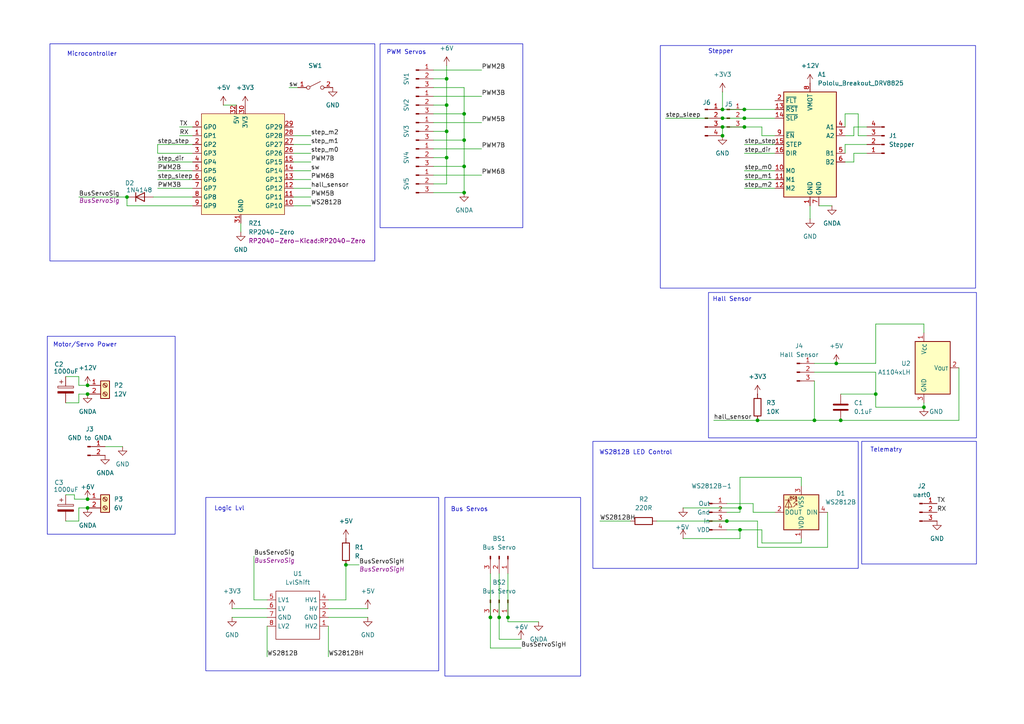
<source format=kicad_sch>
(kicad_sch (version 20250114) (generator "eeschema") (generator_version "9.0")
  (paper "A4")
  (lib_symbols
    (symbol "Conn_01x04_Pin_1" (pin_names (offset 1.016))
      (property "Reference" "WS2812B-1" (at 0.635 7.62 0))
      (symbol "Conn_01x04_Pin_1_1_1"
        (rectangle (start 0.8636 2.667) (end 0 2.413) (stroke (width 0.1524)) (fill (type outline)))
        (rectangle (start 0.8636 0.127) (end 0 -0.127) (stroke (width 0.1524)) (fill (type outline)))
        (rectangle (start 0.8636 -2.413) (end 0 -2.667) (stroke (width 0.1524)) (fill (type outline)))
        (rectangle (start 0.8636 -4.953) (end 0 -5.207) (stroke (width 0.1524)) (fill (type outline)))
        (polyline (pts (xy 1.27 2.54) (xy 0.8636 2.54)) (stroke (width 0.1524)))
        (polyline (pts (xy 1.27 0) (xy 0.8636 0)) (stroke (width 0.1524)))
        (polyline (pts (xy 1.27 -2.54) (xy 0.8636 -2.54)) (stroke (width 0.1524)))
        (polyline (pts (xy 1.27 -5.08) (xy 0.8636 -5.08)) (stroke (width 0.1524)))
        (pin passive line (at 5.08 2.54 180) (length 3.81) (name "Out") (number "1"))
        (pin passive line (at 5.08 0 180) (length 3.81) (name "Gnd") (number "2"))
        (pin passive line (at 5.08 -2.54 180) (length 3.81) (name "In") (number "3"))
        (pin passive line (at 5.08 -5.08 180) (length 3.81) (name "VDD") (number "4"))
      )
    )
    (symbol "Connector:Conn_01x02_Pin" (pin_names (offset 1.016) (hide yes))
      (property "Reference" "J" (at 0 2.54 0))
      (property "Value" "Conn_01x02_Pin" (at 0 -5.08 0))
      (symbol "Conn_01x02_Pin_1_1"
        (rectangle (start 0.8636 0.127) (end 0 -0.127) (stroke (width 0.1524)) (fill (type outline)))
        (rectangle (start 0.8636 -2.413) (end 0 -2.667) (stroke (width 0.1524)) (fill (type outline)))
        (polyline (pts (xy 1.27 0) (xy 0.8636 0)) (stroke (width 0.1524)))
        (polyline (pts (xy 1.27 -2.54) (xy 0.8636 -2.54)) (stroke (width 0.1524)))
        (pin passive line (at 5.08 0 180) (length 3.81) (name "Pin_1") (number "1"))
        (pin passive line (at 5.08 -2.54 180) (length 3.81) (name "Pin_2") (number "2"))
      )
    )
    (symbol "Connector:Conn_01x03_Pin" (pin_names (offset 1.016) (hide yes))
      (property "Reference" "J" (at 0 5.08 0))
      (property "Value" "Conn_01x03_Pin" (at 0 -5.08 0))
      (symbol "Conn_01x03_Pin_1_1"
        (rectangle (start 0.8636 2.667) (end 0 2.413) (stroke (width 0.1524)) (fill (type outline)))
        (rectangle (start 0.8636 0.127) (end 0 -0.127) (stroke (width 0.1524)) (fill (type outline)))
        (rectangle (start 0.8636 -2.413) (end 0 -2.667) (stroke (width 0.1524)) (fill (type outline)))
        (polyline (pts (xy 1.27 2.54) (xy 0.8636 2.54)) (stroke (width 0.1524)))
        (polyline (pts (xy 1.27 0) (xy 0.8636 0)) (stroke (width 0.1524)))
        (polyline (pts (xy 1.27 -2.54) (xy 0.8636 -2.54)) (stroke (width 0.1524)))
        (pin passive line (at 5.08 2.54 180) (length 3.81) (name "Pin_1") (number "1"))
        (pin passive line (at 5.08 0 180) (length 3.81) (name "Pin_2") (number "2"))
        (pin passive line (at 5.08 -2.54 180) (length 3.81) (name "Pin_3") (number "3"))
      )
    )
    (symbol "Connector:Conn_01x04_Pin" (pin_names (offset 1.016) (hide yes))
      (property "Reference" "J" (at 0 5.08 0))
      (property "Value" "Conn_01x04_Pin" (at 0 -7.62 0))
      (symbol "Conn_01x04_Pin_1_1"
        (rectangle (start 0.8636 2.667) (end 0 2.413) (stroke (width 0.1524)) (fill (type outline)))
        (rectangle (start 0.8636 0.127) (end 0 -0.127) (stroke (width 0.1524)) (fill (type outline)))
        (rectangle (start 0.8636 -2.413) (end 0 -2.667) (stroke (width 0.1524)) (fill (type outline)))
        (rectangle (start 0.8636 -4.953) (end 0 -5.207) (stroke (width 0.1524)) (fill (type outline)))
        (polyline (pts (xy 1.27 2.54) (xy 0.8636 2.54)) (stroke (width 0.1524)))
        (polyline (pts (xy 1.27 0) (xy 0.8636 0)) (stroke (width 0.1524)))
        (polyline (pts (xy 1.27 -2.54) (xy 0.8636 -2.54)) (stroke (width 0.1524)))
        (polyline (pts (xy 1.27 -5.08) (xy 0.8636 -5.08)) (stroke (width 0.1524)))
        (pin passive line (at 5.08 2.54 180) (length 3.81) (name "Pin_1") (number "1"))
        (pin passive line (at 5.08 0 180) (length 3.81) (name "Pin_2") (number "2"))
        (pin passive line (at 5.08 -2.54 180) (length 3.81) (name "Pin_3") (number "3"))
        (pin passive line (at 5.08 -5.08 180) (length 3.81) (name "Pin_4") (number "4"))
      )
    )
    (symbol "Connector:Screw_Terminal_01x02" (pin_names (offset 1.016) (hide yes))
      (property "Reference" "J" (at 0 2.54 0))
      (property "Value" "Screw_Terminal_01x02" (at 0 -5.08 0))
      (symbol "Screw_Terminal_01x02_1_1"
        (rectangle (start -1.27 1.27) (end 1.27 -3.81) (stroke (width 0.254)) (fill (type background)))
        (polyline (pts (xy -0.5334 0.3302) (xy 0.3302 -0.508)) (stroke (width 0.1524)))
        (polyline (pts (xy -0.5334 -2.2098) (xy 0.3302 -3.048)) (stroke (width 0.1524)))
        (polyline (pts (xy -0.3556 0.508) (xy 0.508 -0.3302)) (stroke (width 0.1524)))
        (polyline (pts (xy -0.3556 -2.032) (xy 0.508 -2.8702)) (stroke (width 0.1524)))
        (circle (center 0 0) (radius 0.635) (stroke (width 0.1524)))
        (circle (center 0 -2.54) (radius 0.635) (stroke (width 0.1524)))
        (pin passive line (at -5.08 0 0) (length 3.81) (name "Pin_1") (number "1"))
        (pin passive line (at -5.08 -2.54 0) (length 3.81) (name "Pin_2") (number "2"))
      )
    )
    (symbol "Device:C" (pin_numbers (hide yes)) (pin_names (offset 0.254))
      (property "Reference" "C" (at 0.635 2.54 0))
      (property "Value" "C" (at 0.635 -2.54 0))
      (symbol "C_0_1"
        (polyline (pts (xy -2.032 0.762) (xy 2.032 0.762)) (stroke (width 0.508)))
        (polyline (pts (xy -2.032 -0.762) (xy 2.032 -0.762)) (stroke (width 0.508)))
      )
      (symbol "C_1_1"
        (pin passive line (at 0 3.81 270) (length 2.794) (name "~") (number "1"))
        (pin passive line (at 0 -3.81 90) (length 2.794) (name "~") (number "2"))
      )
    )
    (symbol "Device:C_Polarized" (pin_numbers (hide yes)) (pin_names (offset 0.254))
      (property "Reference" "C" (at 0.635 2.54 0))
      (property "Value" "C_Polarized" (at 0.635 -2.54 0))
      (symbol "C_Polarized_0_1"
        (rectangle (start -2.286 0.508) (end 2.286 1.016))
        (polyline (pts (xy -1.778 2.286) (xy -0.762 2.286)))
        (polyline (pts (xy -1.27 2.794) (xy -1.27 1.778)))
        (rectangle (start 2.286 -0.508) (end -2.286 -1.016) (fill (type outline)))
      )
      (symbol "C_Polarized_1_1"
        (pin passive line (at 0 3.81 270) (length 2.794) (name "~") (number "1"))
        (pin passive line (at 0 -3.81 90) (length 2.794) (name "~") (number "2"))
      )
    )
    (symbol "Device:R" (pin_numbers (hide yes)) (pin_names (offset 0))
      (property "Reference" "R" (at 2.032 0 90))
      (property "Value" "R" (at 0 0 90))
      (symbol "R_0_1"
        (rectangle (start -1.016 -2.54) (end 1.016 2.54) (stroke (width 0.254)))
      )
      (symbol "R_1_1"
        (pin passive line (at 0 3.81 270) (length 1.27) (name "~") (number "1"))
        (pin passive line (at 0 -3.81 90) (length 1.27) (name "~") (number "2"))
      )
    )
    (symbol "Diode:1N4148" (pin_numbers (hide yes)) (pin_names (hide yes))
      (property "Reference" "D" (at 0 2.54 0))
      (property "Value" "1N4148" (at 0 -2.54 0))
      (symbol "1N4148_0_1"
        (polyline (pts (xy -1.27 1.27) (xy -1.27 -1.27)) (stroke (width 0.254)))
        (polyline (pts (xy 1.27 1.27) (xy 1.27 -1.27) (xy -1.27 0) (xy 1.27 1.27)) (stroke (width 0.254)))
        (polyline (pts (xy 1.27 0) (xy -1.27 0)))
      )
      (symbol "1N4148_1_1"
        (pin passive line (at -3.81 0 0) (length 2.54) (name "K") (number "1"))
        (pin passive line (at 3.81 0 180) (length 2.54) (name "A") (number "2"))
      )
    )
    (symbol "DrJonEA:LvlShift2Bi"
      (property "Reference" "U" (at 0 0 0))
      (property "Value" "LvlShift" (at 0 5.08 0))
      (symbol "LvlShift2Bi_0_1"
        (rectangle (start 6.35 -7.62) (end -6.35 6.35))
      )
      (symbol "LvlShift2Bi_1_1"
        (pin bidirectional line (at -8.89 2.54 0) (length 2.54) (name "HV2") (number "1"))
        (pin power_in line (at -8.89 0 0) (length 2.54) (name "GND") (number "2"))
        (pin power_in line (at -8.89 -2.54 0) (length 2.54) (name "HV") (number "3"))
        (pin input line (at -8.89 -5.08 0) (length 2.54) (name "HV1") (number "4"))
        (pin bidirectional line (at 8.89 2.54 180) (length 2.54) (name "LV2") (number "8"))
        (pin power_out line (at 8.89 0 180) (length 2.54) (name "GND") (number "7"))
        (pin power_in line (at 8.89 -2.54 180) (length 2.54) (name "LV") (number "6"))
        (pin bidirectional line (at 8.89 -5.08 180) (length 2.54) (name "LV1") (number "5"))
      )
    )
    (symbol "Driver_Motor:Pololu_Breakout_DRV8825"
      (property "Reference" "A" (at -2.54 16.51 0))
      (property "Value" "Pololu_Breakout_DRV8825" (at -2.54 13.97 0))
      (symbol "Pololu_Breakout_DRV8825_0_1"
        (rectangle (start 7.62 -17.78) (end -7.62 12.7) (stroke (width 0.254)) (fill (type background)))
      )
      (symbol "Pololu_Breakout_DRV8825_1_1"
        (pin output line (at -10.16 10.16 0) (length 2.54) (name "~{FLT}") (number "2"))
        (pin input line (at -10.16 7.62 0) (length 2.54) (name "~{RST}") (number "13"))
        (pin input line (at -10.16 5.08 0) (length 2.54) (name "~{SLP}") (number "14"))
        (pin input line (at -10.16 0 0) (length 2.54) (name "~{EN}") (number "9"))
        (pin input line (at -10.16 -2.54 0) (length 2.54) (name "STEP") (number "15"))
        (pin input line (at -10.16 -5.08 0) (length 2.54) (name "DIR") (number "16"))
        (pin input line (at -10.16 -10.16 0) (length 2.54) (name "M0") (number "10"))
        (pin input line (at -10.16 -12.7 0) (length 2.54) (name "M1") (number "11"))
        (pin input line (at -10.16 -15.24 0) (length 2.54) (name "M2") (number "12"))
        (pin power_in line (at 0 15.24 270) (length 2.54) (name "VMOT") (number "8"))
        (pin power_in line (at 0 -20.32 90) (length 2.54) (name "GND") (number "1"))
        (pin power_in line (at 2.54 -20.32 90) (length 2.54) (name "GND") (number "7"))
        (pin output line (at 10.16 2.54 180) (length 2.54) (name "A1") (number "4"))
        (pin output line (at 10.16 0 180) (length 2.54) (name "A2") (number "3"))
        (pin output line (at 10.16 -5.08 180) (length 2.54) (name "B1") (number "5"))
        (pin output line (at 10.16 -7.62 180) (length 2.54) (name "B2") (number "6"))
      )
    )
    (symbol "LED:WS2812B" (pin_names (offset 0.254))
      (property "Reference" "D" (at 5.08 5.715 0))
      (property "Value" "WS2812B" (at 1.27 -5.715 0))
      (symbol "WS2812B_0_0"
        (text "RGB" (at 2.286 -4.191 0) (effects (font (size 0.762 0.762))))
      )
      (symbol "WS2812B_0_1"
        (polyline (pts (xy 1.27 -2.54) (xy 1.778 -2.54)))
        (polyline (pts (xy 1.27 -3.556) (xy 1.778 -3.556)))
        (polyline (pts (xy 2.286 -1.524) (xy 1.27 -2.54) (xy 1.27 -2.032)))
        (polyline (pts (xy 2.286 -2.54) (xy 1.27 -3.556) (xy 1.27 -3.048)))
        (polyline (pts (xy 3.683 -1.016) (xy 3.683 -3.556) (xy 3.683 -4.064)))
        (polyline (pts (xy 4.699 -1.524) (xy 2.667 -1.524) (xy 3.683 -3.556) (xy 4.699 -1.524)))
        (polyline (pts (xy 4.699 -3.556) (xy 2.667 -3.556)))
        (rectangle (start 5.08 5.08) (end -5.08 -5.08) (stroke (width 0.254)) (fill (type background)))
      )
      (symbol "WS2812B_1_1"
        (pin input line (at -7.62 0 0) (length 2.54) (name "DIN") (number "4"))
        (pin power_in line (at 0 7.62 270) (length 2.54) (name "VDD") (number "1"))
        (pin power_in line (at 0 -7.62 90) (length 2.54) (name "VSS") (number "3"))
        (pin output line (at 7.62 0 180) (length 2.54) (name "DOUT") (number "2"))
      )
    )
    (symbol "Sensor_Magnetic:A1104xLH"
      (property "Reference" "U" (at 0 11.43 0))
      (property "Value" "A1104xLH" (at 0 8.89 0))
      (symbol "A1104xLH_0_1"
        (rectangle (start -5.08 7.62) (end 5.08 -7.62) (stroke (width 0.254)) (fill (type background)))
      )
      (symbol "A1104xLH_1_1"
        (pin power_in line (at -2.54 10.16 270) (length 2.54) (name "V_{CC}") (number "1"))
        (pin power_in line (at -2.54 -10.16 90) (length 2.54) (name "GND") (number "3"))
        (pin open_collector line (at 7.62 0 180) (length 2.54) (name "V_{OUT}") (number "2"))
      )
    )
    (symbol "Switch:SW_SPST" (pin_names (offset 0) (hide yes))
      (property "Reference" "SW" (at 0 3.175 0))
      (property "Value" "SW_SPST" (at 0 -2.54 0))
      (symbol "SW_SPST_0_0"
        (circle (center -2.032 0) (radius 0.508))
        (polyline (pts (xy -1.524 0.254) (xy 1.524 1.778)))
        (circle (center 2.032 0) (radius 0.508))
      )
      (symbol "SW_SPST_1_1"
        (pin passive line (at -5.08 0 0) (length 2.54) (name "A") (number "1"))
        (pin passive line (at 5.08 0 180) (length 2.54) (name "B") (number "2"))
      )
    )
    (symbol "power:+12V" (power) (pin_numbers (hide yes)) (pin_names (offset 0) (hide yes))
      (property "Value" "+12V" (at 0 3.556 0))
      (symbol "+12V_0_1"
        (polyline (pts (xy -0.762 1.27) (xy 0 2.54)))
        (polyline (pts (xy 0 2.54) (xy 0.762 1.27)))
        (polyline (pts (xy 0 0) (xy 0 2.54)))
      )
      (symbol "+12V_1_1"
        (pin power_in line (at 0 0 90) (length 0) (name "~") (number "1"))
      )
    )
    (symbol "power:+3V3" (power) (pin_numbers (hide yes)) (pin_names (offset 0) (hide yes))
      (property "Value" "+3V3" (at 0 3.556 0))
      (symbol "+3V3_0_1"
        (polyline (pts (xy -0.762 1.27) (xy 0 2.54)))
        (polyline (pts (xy 0 2.54) (xy 0.762 1.27)))
        (polyline (pts (xy 0 0) (xy 0 2.54)))
      )
      (symbol "+3V3_1_1"
        (pin power_in line (at 0 0 90) (length 0) (name "~") (number "1"))
      )
    )
    (symbol "power:+5V" (power) (pin_numbers (hide yes)) (pin_names (offset 0) (hide yes))
      (property "Value" "+5V" (at 0 3.556 0))
      (symbol "+5V_0_1"
        (polyline (pts (xy -0.762 1.27) (xy 0 2.54)))
        (polyline (pts (xy 0 2.54) (xy 0.762 1.27)))
        (polyline (pts (xy 0 0) (xy 0 2.54)))
      )
      (symbol "+5V_1_1"
        (pin power_in line (at 0 0 90) (length 0) (name "~") (number "1"))
      )
    )
    (symbol "power:+6V" (power) (pin_numbers (hide yes)) (pin_names (offset 0) (hide yes))
      (property "Value" "+6V" (at 0 3.556 0))
      (symbol "+6V_0_1"
        (polyline (pts (xy -0.762 1.27) (xy 0 2.54)))
        (polyline (pts (xy 0 2.54) (xy 0.762 1.27)))
        (polyline (pts (xy 0 0) (xy 0 2.54)))
      )
      (symbol "+6V_1_1"
        (pin power_in line (at 0 0 90) (length 0) (name "~") (number "1"))
      )
    )
    (symbol "power:GND" (power) (pin_numbers (hide yes)) (pin_names (offset 0) (hide yes))
      (property "Value" "GND" (at 0 -3.81 0))
      (symbol "GND_0_1"
        (polyline (pts (xy 0 0) (xy 0 -1.27) (xy 1.27 -1.27) (xy 0 -2.54) (xy -1.27 -1.27) (xy 0 -1.27)))
      )
      (symbol "GND_1_1"
        (pin power_in line (at 0 0 270) (length 0) (name "~") (number "1"))
      )
    )
    (symbol "power:GNDA" (power) (pin_numbers (hide yes)) (pin_names (offset 0) (hide yes))
      (property "Value" "GNDA" (at 0 -3.81 0))
      (symbol "GNDA_0_1"
        (polyline (pts (xy 0 0) (xy 0 -1.27) (xy 1.27 -1.27) (xy 0 -2.54) (xy -1.27 -1.27) (xy 0 -1.27)))
      )
      (symbol "GNDA_1_1"
        (pin power_in line (at 0 0 270) (length 0) (name "~") (number "1"))
      )
    )
    (symbol "rp2040-zero:RP2040-Zero"
      (property "Reference" "RZ" (at 0 0 0))
      (property "Value" "RP2040-Zero" (at 0 -2.54 0))
      (property "Footprint" "RP2040-Zero:RP2040-Zero" (at 0 2.54 0))
      (symbol "RP2040-Zero_0_1"
        (rectangle (start -11.43 -15.24) (end 12.7 13.97) (fill (type background)))
      )
      (symbol "RP2040-Zero_1_1"
        (pin bidirectional line (at -13.97 10.16 0) (length 2.54) (name "GP0") (number "0"))
        (pin bidirectional line (at -13.97 7.62 0) (length 2.54) (name "GP1") (number "1"))
        (pin bidirectional line (at -13.97 5.08 0) (length 2.54) (name "GP2") (number "2"))
        (pin bidirectional line (at -13.97 2.54 0) (length 2.54) (name "GP3") (number "3"))
        (pin bidirectional line (at -13.97 0 0) (length 2.54) (name "GP4") (number "4"))
        (pin bidirectional line (at -13.97 -2.54 0) (length 2.54) (name "GP5") (number "5"))
        (pin bidirectional line (at -13.97 -5.08 0) (length 2.54) (name "GP6") (number "6"))
        (pin bidirectional line (at -13.97 -7.62 0) (length 2.54) (name "GP7") (number "7"))
        (pin bidirectional line (at -13.97 -10.16 0) (length 2.54) (name "GP8") (number "8"))
        (pin bidirectional line (at -13.97 -12.7 0) (length 2.54) (name "GP9") (number "9"))
        (pin power_in line (at -1.27 16.51 270) (length 2.54) (name "5V") (number "32"))
        (pin passive line (at 0 -17.78 90) (length 2.54) (name "GND") (number "31"))
        (pin power_in line (at 1.27 16.51 270) (length 2.54) (name "3V3") (number "30"))
        (pin bidirectional line (at 15.24 10.16 180) (length 2.54) (name "GP29") (number "29"))
        (pin bidirectional line (at 15.24 7.62 180) (length 2.54) (name "GP28") (number "28"))
        (pin bidirectional line (at 15.24 5.08 180) (length 2.54) (name "GP27") (number "27"))
        (pin bidirectional line (at 15.24 2.54 180) (length 2.54) (name "GP26") (number "26"))
        (pin bidirectional line (at 15.24 0 180) (length 2.54) (name "GP15") (number "15"))
        (pin bidirectional line (at 15.24 -2.54 180) (length 2.54) (name "GP14") (number "14"))
        (pin bidirectional line (at 15.24 -5.08 180) (length 2.54) (name "GP13") (number "13"))
        (pin bidirectional line (at 15.24 -7.62 180) (length 2.54) (name "GP12") (number "12"))
        (pin bidirectional line (at 15.24 -10.16 180) (length 2.54) (name "GP11") (number "11"))
        (pin bidirectional line (at 15.24 -12.7 180) (length 2.54) (name "GP10") (number "10"))
      )
    )
  )
  (rectangle (start 205.486 84.836) (end 283.21 127))
  (rectangle (start 59.69 144.272) (end 127.254 194.564))
  (rectangle (start 191.516 13.208) (end 282.956 83.566))
  (rectangle (start 129.032 144.272) (end 168.402 196.088))
  (rectangle (start 249.936 128.016) (end 283.21 163.576))
  (rectangle (start 13.716 97.536) (end 50.8 154.94))
  (rectangle (start 110.236 12.7) (end 151.638 66.04))
  (rectangle (start 171.958 128.016) (end 248.92 164.846))
  (rectangle (start 14.478 12.7) (end 108.712 75.692))
  (text "Telematry" (at 257.048 130.556 0) (effects (font (size 1.27 1.27))))
  (text "PWM Servos" (at 117.856 15.24 0) (effects (font (size 1.27 1.27))))
  (text "Bus Servos" (at 136.144 147.828 0) (effects (font (size 1.27 1.27))))
  (text "Logic Lvl\n" (at 66.548 147.574 0) (effects (font (size 1.27 1.27))))
  (text "Hall Sensor" (at 212.344 86.868 0) (effects (font (size 1.27 1.27))))
  (text "WS2812B LED Control" (at 184.404 131.318 0) (effects (font (size 1.27 1.27))))
  (text "Stepper" (at 209.042 14.986 0) (effects (font (size 1.27 1.27))))
  (text "Microcontroller" (at 26.67 15.748 0) (effects (font (size 1.27 1.27))))
  (text "Motor/Servo Power" (at 24.638 100.076 0) (effects (font (size 1.27 1.27))))
  (junction (at 25.4 144.78))
  (junction (at 100.33 163.83))
  (junction (at 129.54 30.48))
  (junction (at 214.63 153.67))
  (junction (at 134.62 48.26))
  (junction (at 254 114.3))
  (junction (at 236.22 121.92))
  (junction (at 209.55 39.37))
  (junction (at 242.57 105.41))
  (junction (at 210.82 151.13))
  (junction (at 147.32 179.07))
  (junction (at 215.9 36.83))
  (junction (at 25.4 114.3))
  (junction (at 209.55 34.29))
  (junction (at 36.83 57.15))
  (junction (at 267.97 118.11))
  (junction (at 129.54 45.72))
  (junction (at 134.62 40.64))
  (junction (at 243.84 121.92))
  (junction (at 144.78 179.07))
  (junction (at 209.55 31.75))
  (junction (at 129.54 22.86))
  (junction (at 209.55 36.83))
  (junction (at 25.4 147.32))
  (junction (at 219.71 121.92))
  (junction (at 215.9 34.29))
  (junction (at 214.63 147.32))
  (junction (at 129.54 38.1))
  (junction (at 215.9 31.75))
  (junction (at 142.24 179.07))
  (junction (at 134.62 33.02))
  (junction (at 25.4 111.76))
  (junction (at 134.62 55.88))
  (wire (pts (xy 219.71 121.92) (xy 236.22 121.92)))
  (wire (pts (xy 254 114.3) (xy 254 118.11)))
  (wire (pts (xy 125.73 38.1) (xy 129.54 38.1)))
  (wire (pts (xy 220.98 153.67) (xy 220.98 157.48)))
  (wire (pts (xy 21.59 144.78) (xy 25.4 144.78)))
  (wire (pts (xy 129.54 22.86) (xy 125.73 22.86)))
  (wire (pts (xy 247.65 44.45) (xy 251.46 44.45)))
  (wire (pts (xy 95.25 176.53) (xy 106.68 176.53)))
  (wire (pts (xy 220.98 39.37) (xy 220.98 36.83)))
  (wire (pts (xy 95.25 181.61) (xy 95.25 190.5)))
  (wire (pts (xy 220.98 157.48) (xy 232.41 157.48)))
  (wire (pts (xy 125.73 50.8) (xy 139.7 50.8)))
  (wire (pts (xy 85.09 44.45) (xy 90.17 44.45)))
  (wire (pts (xy 125.73 33.02) (xy 134.62 33.02)))
  (wire (pts (xy 215.9 31.75) (xy 224.79 31.75)))
  (wire (pts (xy 85.09 46.99) (xy 90.17 46.99)))
  (wire (pts (xy 254 107.95) (xy 254 114.3)))
  (wire (pts (xy 254 118.11) (xy 267.97 118.11)))
  (wire (pts (xy 198.12 156.21) (xy 214.63 156.21)))
  (wire (pts (xy 142.24 187.96) (xy 151.13 187.96)))
  (wire (pts (xy 22.86 114.3) (xy 25.4 114.3)))
  (wire (pts (xy 209.55 36.83) (xy 209.55 39.37)))
  (wire (pts (xy 45.72 44.45) (xy 45.72 41.91)))
  (wire (pts (xy 232.41 157.48) (xy 232.41 156.21)))
  (wire (pts (xy 21.59 143.51) (xy 21.59 144.78)))
  (wire (pts (xy 240.03 148.59) (xy 240.03 158.75)))
  (wire (pts (xy 209.55 31.75) (xy 215.9 31.75)))
  (wire (pts (xy 248.92 39.37) (xy 251.46 39.37)))
  (wire (pts (xy 129.54 45.72) (xy 129.54 53.34)))
  (wire (pts (xy 267.97 93.98) (xy 254 93.98)))
  (wire (pts (xy 245.11 46.99) (xy 247.65 46.99)))
  (wire (pts (xy 209.55 26.67) (xy 209.55 31.75)))
  (wire (pts (xy 22.86 116.84) (xy 22.86 114.3)))
  (wire (pts (xy 45.72 41.91) (xy 55.88 41.91)))
  (wire (pts (xy 45.72 54.61) (xy 55.88 54.61)))
  (wire (pts (xy 210.82 146.05) (xy 218.44 146.05)))
  (wire (pts (xy 215.9 52.07) (xy 224.79 52.07)))
  (wire (pts (xy 134.62 33.02) (xy 134.62 40.64)))
  (wire (pts (xy 22.86 147.32) (xy 25.4 147.32)))
  (wire (pts (xy 95.25 179.07) (xy 106.68 179.07)))
  (wire (pts (xy 234.95 59.69) (xy 234.95 63.5)))
  (wire (pts (xy 129.54 30.48) (xy 129.54 22.86)))
  (wire (pts (xy 215.9 54.61) (xy 224.79 54.61)))
  (wire (pts (xy 125.73 35.56) (xy 139.7 35.56)))
  (wire (pts (xy 173.99 151.13) (xy 182.88 151.13)))
  (wire (pts (xy 19.05 109.22) (xy 22.86 109.22)))
  (wire (pts (xy 125.73 25.4) (xy 134.62 25.4)))
  (wire (pts (xy 55.88 44.45) (xy 45.72 44.45)))
  (wire (pts (xy 218.44 148.59) (xy 224.79 148.59)))
  (wire (pts (xy 85.09 49.53) (xy 90.17 49.53)))
  (wire (pts (xy 144.78 185.42) (xy 144.78 179.07)))
  (wire (pts (xy 245.11 36.83) (xy 245.11 33.02)))
  (wire (pts (xy 22.86 151.13) (xy 22.86 147.32)))
  (wire (pts (xy 22.86 57.15) (xy 36.83 57.15)))
  (wire (pts (xy 125.73 40.64) (xy 134.62 40.64)))
  (wire (pts (xy 210.82 148.59) (xy 214.63 148.59)))
  (wire (pts (xy 232.41 138.43) (xy 232.41 140.97)))
  (wire (pts (xy 147.32 180.34) (xy 156.21 180.34)))
  (wire (pts (xy 73.66 161.29) (xy 73.66 173.99)))
  (wire (pts (xy 44.45 57.15) (xy 55.88 57.15)))
  (wire (pts (xy 52.07 36.83) (xy 55.88 36.83)))
  (wire (pts (xy 95.25 173.99) (xy 100.33 173.99)))
  (wire (pts (xy 219.71 158.75) (xy 219.71 151.13)))
  (wire (pts (xy 242.57 105.41) (xy 254 105.41)))
  (wire (pts (xy 214.63 156.21) (xy 214.63 153.67)))
  (wire (pts (xy 19.05 151.13) (xy 22.86 151.13)))
  (wire (pts (xy 247.65 36.83) (xy 251.46 36.83)))
  (wire (pts (xy 30.48 129.54) (xy 35.56 129.54)))
  (wire (pts (xy 210.82 151.13) (xy 219.71 151.13)))
  (wire (pts (xy 125.73 45.72) (xy 129.54 45.72)))
  (wire (pts (xy 224.79 39.37) (xy 220.98 39.37)))
  (wire (pts (xy 100.33 163.83) (xy 100.33 173.99)))
  (wire (pts (xy 22.86 111.76) (xy 25.4 111.76)))
  (wire (pts (xy 218.44 146.05) (xy 218.44 148.59)))
  (wire (pts (xy 214.63 147.32) (xy 214.63 148.59)))
  (wire (pts (xy 85.09 59.69) (xy 90.17 59.69)))
  (wire (pts (xy 85.09 41.91) (xy 90.17 41.91)))
  (wire (pts (xy 209.55 34.29) (xy 215.9 34.29)))
  (wire (pts (xy 236.22 121.92) (xy 236.22 110.49)))
  (wire (pts (xy 73.66 173.99) (xy 77.47 173.99)))
  (wire (pts (xy 245.11 44.45) (xy 245.11 41.91)))
  (wire (pts (xy 134.62 48.26) (xy 134.62 55.88)))
  (wire (pts (xy 214.63 138.43) (xy 232.41 138.43)))
  (wire (pts (xy 125.73 55.88) (xy 134.62 55.88)))
  (wire (pts (xy 243.84 121.92) (xy 278.13 121.92)))
  (wire (pts (xy 237.49 59.69) (xy 241.3 59.69)))
  (wire (pts (xy 125.73 30.48) (xy 129.54 30.48)))
  (wire (pts (xy 67.31 179.07) (xy 77.47 179.07)))
  (wire (pts (xy 245.11 39.37) (xy 247.65 39.37)))
  (wire (pts (xy 248.92 33.02) (xy 248.92 39.37)))
  (wire (pts (xy 45.72 52.07) (xy 55.88 52.07)))
  (wire (pts (xy 125.73 27.94) (xy 139.7 27.94)))
  (wire (pts (xy 210.82 153.67) (xy 214.63 153.67)))
  (wire (pts (xy 198.12 147.32) (xy 214.63 147.32)))
  (wire (pts (xy 55.88 59.69) (xy 36.83 59.69)))
  (wire (pts (xy 278.13 106.68) (xy 278.13 121.92)))
  (wire (pts (xy 267.97 96.52) (xy 267.97 93.98)))
  (wire (pts (xy 22.86 109.22) (xy 22.86 111.76)))
  (wire (pts (xy 209.55 36.83) (xy 215.9 36.83)))
  (wire (pts (xy 85.09 39.37) (xy 90.17 39.37)))
  (wire (pts (xy 142.24 187.96) (xy 142.24 179.07)))
  (wire (pts (xy 45.72 46.99) (xy 55.88 46.99)))
  (wire (pts (xy 243.84 114.3) (xy 254 114.3)))
  (wire (pts (xy 134.62 25.4) (xy 134.62 33.02)))
  (wire (pts (xy 245.11 33.02) (xy 248.92 33.02)))
  (wire (pts (xy 52.07 39.37) (xy 55.88 39.37)))
  (wire (pts (xy 19.05 143.51) (xy 21.59 143.51)))
  (wire (pts (xy 36.83 59.69) (xy 36.83 57.15)))
  (wire (pts (xy 236.22 121.92) (xy 243.84 121.92)))
  (wire (pts (xy 254 93.98) (xy 254 105.41)))
  (wire (pts (xy 19.05 116.84) (xy 22.86 116.84)))
  (wire (pts (xy 215.9 36.83) (xy 220.98 36.83)))
  (wire (pts (xy 83.82 25.4) (xy 86.36 25.4)))
  (wire (pts (xy 247.65 39.37) (xy 247.65 36.83)))
  (wire (pts (xy 236.22 105.41) (xy 242.57 105.41)))
  (wire (pts (xy 190.5 151.13) (xy 210.82 151.13)))
  (wire (pts (xy 247.65 46.99) (xy 247.65 44.45)))
  (wire (pts (xy 144.78 166.37) (xy 144.78 179.07)))
  (wire (pts (xy 85.09 54.61) (xy 90.17 54.61)))
  (wire (pts (xy 85.09 52.07) (xy 90.17 52.07)))
  (wire (pts (xy 129.54 30.48) (xy 129.54 38.1)))
  (wire (pts (xy 125.73 20.32) (xy 139.7 20.32)))
  (wire (pts (xy 69.85 64.77) (xy 69.85 67.31)))
  (wire (pts (xy 215.9 49.53) (xy 224.79 49.53)))
  (wire (pts (xy 215.9 44.45) (xy 224.79 44.45)))
  (wire (pts (xy 267.97 118.11) (xy 267.97 116.84)))
  (wire (pts (xy 214.63 153.67) (xy 220.98 153.67)))
  (wire (pts (xy 125.73 48.26) (xy 134.62 48.26)))
  (wire (pts (xy 85.09 57.15) (xy 90.17 57.15)))
  (wire (pts (xy 129.54 38.1) (xy 129.54 45.72)))
  (wire (pts (xy 100.33 163.83) (xy 104.14 163.83)))
  (wire (pts (xy 45.72 49.53) (xy 55.88 49.53)))
  (wire (pts (xy 67.31 176.53) (xy 77.47 176.53)))
  (wire (pts (xy 245.11 41.91) (xy 251.46 41.91)))
  (wire (pts (xy 215.9 34.29) (xy 224.79 34.29)))
  (wire (pts (xy 125.73 43.18) (xy 139.7 43.18)))
  (wire (pts (xy 240.03 158.75) (xy 219.71 158.75)))
  (wire (pts (xy 125.73 53.34) (xy 129.54 53.34)))
  (wire (pts (xy 129.54 19.05) (xy 129.54 22.86)))
  (wire (pts (xy 147.32 180.34) (xy 147.32 179.07)))
  (wire (pts (xy 214.63 138.43) (xy 214.63 147.32)))
  (wire (pts (xy 207.01 121.92) (xy 219.71 121.92)))
  (wire (pts (xy 134.62 40.64) (xy 134.62 48.26)))
  (wire (pts (xy 236.22 107.95) (xy 254 107.95)))
  (wire (pts (xy 147.32 166.37) (xy 147.32 179.07)))
  (wire (pts (xy 215.9 41.91) (xy 224.79 41.91)))
  (wire (pts (xy 193.04 34.29) (xy 209.55 34.29)))
  (wire (pts (xy 142.24 166.37) (xy 142.24 179.07)))
  (wire (pts (xy 77.47 181.61) (xy 77.47 190.5)))
  (wire (pts (xy 151.13 185.42) (xy 144.78 185.42)))
  (wire (pts (xy 64.77 30.48) (xy 68.58 30.48)))
  (label "step_m2" (at 215.9 54.61 0))
  (label "WS2812BH" (at 173.99 151.13 0))
  (label "WS2812B" (at 77.47 190.5 0))
  (label "TX" (at 52.07 36.83 0))
  (label "RX" (at 271.78 148.59 0))
  (label "RX" (at 52.07 39.37 0))
  (label "PWM5B" (at 90.17 57.15 0))
  (label "BusServoSigH" (at 151.13 187.96 0))
  (label "step_m1" (at 90.17 41.91 0))
  (label "step_m2" (at 90.17 39.37 0))
  (label "sw" (at 90.17 49.53 0))
  (label "PWM7B" (at 90.17 46.99 0))
  (label "PWM3B" (at 45.72 54.61 0))
  (label "hall_sensor" (at 90.17 54.61 0))
  (label "PWM2B" (at 45.72 49.53 0))
  (label "step_m0" (at 215.9 49.53 0))
  (label "step_m1" (at 215.9 52.07 0))
  (label "step_step" (at 215.9 41.91 0))
  (label "BusServoSig" (at 22.86 57.15 0) (property "Netclass" "BusServoSig" (at 22.86 58.166 0) (effects (font (italic yes)) (justify left))))
  (label "PWM3B" (at 139.7 27.94 0))
  (label "PWM2B" (at 139.7 20.32 0))
  (label "PWM7B" (at 139.7 43.18 0))
  (label "TX" (at 271.78 146.05 0))
  (label "PWM6B" (at 139.7 50.8 0))
  (label "hall_sensor" (at 207.01 121.92 0))
  (label "step_sleep" (at 45.72 52.07 0))
  (label "PWM6B" (at 90.17 52.07 0))
  (label "step_dir" (at 215.9 44.45 0))
  (label "sw" (at 83.82 25.4 0))
  (label "WS2812B" (at 90.17 59.69 0))
  (label "step_m0" (at 90.17 44.45 0))
  (label "WS2812BH" (at 95.25 190.5 0))
  (label "PWM5B" (at 139.7 35.56 0))
  (label "step_sleep" (at 193.04 34.29 0))
  (label "step_dir" (at 45.72 46.99 0))
  (label "BusServoSigH" (at 104.14 163.83 0) (property "Netclass" "BusServoSigH" (at 104.14 165.1 0) (effects (font (italic yes)) (justify left))))
  (label "step_step" (at 45.72 41.91 0))
  (label "BusServoSig" (at 73.66 161.29 0) (property "Netclass" "BusServoSig" (at 73.66 162.56 0) (effects (font (italic yes)) (justify left))))
  (symbol (lib_id "Switch:SW_SPST") (at 91.44 25.4 0) (unit 1)
    (property "Reference" "SW1" (at 91.44 19.05 0))
    (property "Value" "SW_SPST" (effects (hide yes)))
    (property "Footprint" "Button_Switch_THT:SW_PUSH_6mm" (effects (hide yes)))
    (property "Description" "Single Pole Single Throw (SPST) switch" (effects (hide yes)))
  )
  (symbol (lib_id "power:+5V") (at 106.68 176.53 0) (unit 1)
    (property "Reference" "#PWR02" (effects (hide yes)))
    (property "Value" "+5V" (at 106.68 171.45 0))
    (property "Description" "Power symbol creates a global label with name \"+5V\"" (effects (hide yes)))
  )
  (symbol (lib_id "power:+3V3") (at 219.71 114.3 0) (unit 1)
    (property "Reference" "#PWR024" (effects (hide yes)))
    (property "Value" "+3V3" (at 219.71 109.22 0))
    (property "Description" "Power symbol creates a global label with name \"+3V3\"" (effects (hide yes)))
  )
  (symbol (lib_id "Connector:Conn_01x03_Pin") (at 144.78 161.29 270) (unit 1)
    (property "Reference" "BS1" (at 144.78 156.21 90))
    (property "Value" "Bus Servo" (at 144.78 158.75 90))
    (property "Footprint" "Connector_JST:JST_XH_B3B-XH-AM_1x03_P2.50mm_Vertical" (effects (hide yes)))
    (property "Description" "Generic connector, single row, 01x03, script generated" (effects (hide yes)))
  )
  (symbol (lib_id "power:GNDA") (at 30.48 132.08 0) (unit 1)
    (property "Reference" "#PWR016" (effects (hide yes)))
    (property "Value" "GNDA" (at 30.48 137.16 0))
    (property "Description" "Power symbol creates a global label with name \"GNDA\" , analog ground" (effects (hide yes)))
  )
  (symbol (lib_id "power:GNDA") (at 25.4 114.3 0) (unit 1)
    (property "Reference" "#PWR013" (effects (hide yes)))
    (property "Value" "GNDA" (at 25.4 119.38 0))
    (property "Description" "Power symbol creates a global label with name \"GNDA\" , analog ground" (effects (hide yes)))
  )
  (symbol (lib_id "power:+3V3") (at 71.12 30.48 0) (unit 1)
    (property "Reference" "#PWR018" (effects (hide yes)))
    (property "Value" "+3V3" (at 71.12 25.4 0))
    (property "Description" "Power symbol creates a global label with name \"+3V3\"" (effects (hide yes)))
  )
  (symbol (lib_id "power:GNDA") (at 156.21 180.34 0) (unit 1)
    (property "Reference" "#PWR07" (effects (hide yes)))
    (property "Value" "GNDA" (at 156.21 185.42 0))
    (property "Description" "Power symbol creates a global label with name \"GNDA\" , analog ground" (effects (hide yes)))
  )
  (symbol (lib_id "power:GND") (at 69.85 67.31 0) (unit 1)
    (property "Reference" "#PWR011" (effects (hide yes)))
    (property "Value" "GND" (at 69.85 72.39 0))
    (property "Description" "Power symbol creates a global label with name \"GND\" , ground" (effects (hide yes)))
  )
  (symbol (lib_id "LED:WS2812B") (at 232.41 148.59 180) (unit 1) (in_bom no) (on_board no)
    (property "Reference" "D1" (at 243.84 143.0938 0))
    (property "Value" "WS2812B" (at 243.84 145.6338 0))
    (property "Footprint" "LED_SMD:LED_WS2812B_PLCC4_5.0x5.0mm_P3.2mm" (effects (hide yes)))
    (property "Datasheet" "https://cdn-shop.adafruit.com/datasheets/WS2812B.pdf" (effects (hide yes)))
    (property "Description" "RGB LED with integrated controller" (effects (hide yes)))
  )
  (symbol (lib_id "power:GND") (at 271.78 151.13 0) (unit 1)
    (property "Reference" "#PWR014" (effects (hide yes)))
    (property "Value" "GND" (at 271.78 156.21 0))
    (property "Description" "Power symbol creates a global label with name \"GND\" , ground" (effects (hide yes)))
  )
  (symbol (lib_id "power:+5V") (at 100.33 156.21 0) (unit 1)
    (property "Reference" "#PWR01" (effects (hide yes)))
    (property "Value" "+5V" (at 100.33 151.13 0))
    (property "Description" "Power symbol creates a global label with name \"+5V\"" (effects (hide yes)))
  )
  (symbol (lib_id "power:GND") (at 106.68 179.07 0) (unit 1)
    (property "Reference" "#PWR03" (effects (hide yes)))
    (property "Value" "GND" (at 106.68 184.15 0))
    (property "Description" "Power symbol creates a global label with name \"GND\" , ground" (effects (hide yes)))
  )
  (symbol (lib_id "rp2040-zero:RP2040-Zero") (at 69.85 46.99 0) (unit 1)
    (property "Reference" "RZ1" (at 72.0441 64.77 0) (effects (justify left)))
    (property "Value" "RP2040-Zero" (at 72.0441 67.31 0) (effects (justify left)))
    (property "Footprint" "RP2040-Zero-Kicad:RP2040-Zero" (at 72.0441 69.85 0) (effects (justify left)))
  )
  (symbol (lib_id "Device:R") (at 100.33 160.02 0) (unit 1)
    (property "Reference" "R1" (at 102.87 158.7499 0) (effects (justify left)))
    (property "Value" "R" (at 102.87 161.2899 0) (effects (justify left)))
    (property "Footprint" "Resistor_THT:R_Axial_DIN0207_L6.3mm_D2.5mm_P10.16mm_Horizontal" (effects (hide yes)))
    (property "Description" "Resistor" (effects (hide yes)))
  )
  (symbol (lib_id "Device:C_Polarized") (at 19.05 113.03 0) (unit 1)
    (property "Reference" "C2" (at 15.748 105.664 0) (effects (justify left)))
    (property "Value" "1000uF" (at 15.494 107.696 0) (effects (justify left)))
    (property "Footprint" "Capacitor_THT:CP_Radial_D8.0mm_P5.00mm" (effects (hide yes)))
    (property "Description" "Polarized capacitor" (effects (hide yes)))
  )
  (symbol (lib_id "Device:R") (at 219.71 118.11 0) (unit 1)
    (property "Reference" "R3" (at 222.25 116.8399 0) (effects (justify left)))
    (property "Value" "10K" (at 222.25 119.3799 0) (effects (justify left)))
    (property "Footprint" "Resistor_THT:R_Axial_DIN0207_L6.3mm_D2.5mm_P10.16mm_Horizontal" (effects (hide yes)))
    (property "Description" "Resistor" (effects (hide yes)))
  )
  (symbol (lib_id "power:GNDA") (at 241.3 59.69 0) (unit 1)
    (property "Reference" "#PWR015" (effects (hide yes)))
    (property "Value" "GNDA" (at 241.3 64.77 0))
    (property "Description" "Power symbol creates a global label with name \"GNDA\" , analog ground" (effects (hide yes)))
  )
  (symbol (lib_id "power:GND") (at 198.12 147.32 0) (unit 1)
    (property "Reference" "#PWR023" (effects (hide yes)))
    (property "Value" "GND" (effects (hide yes)))
    (property "Description" "Power symbol creates a global label with name \"GND\" , ground" (effects (hide yes)))
  )
  (symbol (lib_id "Driver_Motor:Pololu_Breakout_DRV8825") (at 234.95 39.37 0) (unit 1)
    (property "Reference" "A1" (at 237.1441 21.59 0) (effects (justify left)))
    (property "Value" "Pololu_Breakout_DRV8825" (at 237.1441 24.13 0) (effects (justify left)))
    (property "Footprint" "Module:Pololu_Breakout-16_15.2x20.3mm" (effects (hide yes)))
    (property "Datasheet" "https://www.pololu.com/product/2982" (effects (hide yes)))
    (property "Description" "Pololu Breakout Board, Stepper Driver DRV8825" (effects (hide yes)))
  )
  (symbol (lib_id "Connector:Conn_01x03_Pin") (at 210.82 34.29 0) (unit 1)
    (property "Reference" "J5" (at 211.328 30.226 0))
    (property "Value" "Conn_01x03_Pin" (effects (hide yes)))
    (property "Footprint" "Connector_PinHeader_2.54mm:PinHeader_1x03_P2.54mm_Vertical" (effects (hide yes)))
    (property "Description" "Generic connector, single row, 01x03, script generated" (effects (hide yes)))
  )
  (symbol (lib_id "power:+3V3") (at 209.55 26.67 0) (unit 1)
    (property "Reference" "#PWR08" (effects (hide yes)))
    (property "Value" "+3V3" (at 209.55 21.59 0))
    (property "Description" "Power symbol creates a global label with name \"+3V3\"" (effects (hide yes)))
  )
  (symbol (lib_id "Connector:Screw_Terminal_01x02") (at 30.48 111.76 0) (unit 1)
    (property "Reference" "P2" (at 33.02 111.7599 0) (effects (justify left)))
    (property "Value" "12V" (at 33.02 114.2999 0) (effects (justify left)))
    (property "Footprint" "Connectors:SCREWTERMINAL-5MM-2" (effects (hide yes)))
    (property "Description" "Generic screw terminal, single row, 01x02, script generated (kicad-library-utils/schlib/autogen/connector/)" (effects (hide yes)))
  )
  (symbol (lib_id "power:GND") (at 96.52 25.4 0) (unit 1)
    (property "Reference" "#PWR029" (effects (hide yes)))
    (property "Value" "GND" (at 96.52 30.48 0))
    (property "Description" "Power symbol creates a global label with name \"GND\" , ground" (effects (hide yes)))
  )
  (symbol (lib_id "power:+12V") (at 25.4 111.76 0) (unit 1)
    (property "Reference" "#PWR012" (effects (hide yes)))
    (property "Value" "+12V" (at 25.4 106.68 0))
    (property "Description" "Power symbol creates a global label with name \"+12V\"" (effects (hide yes)))
  )
  (symbol (lib_id "Device:C_Polarized") (at 19.05 147.32 0) (unit 1)
    (property "Reference" "C3" (at 15.748 139.954 0) (effects (justify left)))
    (property "Value" "1000uF" (at 15.494 141.986 0) (effects (justify left)))
    (property "Footprint" "Capacitor_THT:CP_Radial_D8.0mm_P5.00mm" (effects (hide yes)))
    (property "Description" "Polarized capacitor" (effects (hide yes)))
  )
  (symbol (lib_id "Connector:Screw_Terminal_01x02") (at 30.48 144.78 0) (unit 1)
    (property "Reference" "P3" (at 33.02 144.7799 0) (effects (justify left)))
    (property "Value" "6V" (at 33.02 147.3199 0) (effects (justify left)))
    (property "Footprint" "Connectors:SCREWTERMINAL-5MM-2" (effects (hide yes)))
    (property "Description" "Generic screw terminal, single row, 01x02, script generated (kicad-library-utils/schlib/autogen/connector/)" (effects (hide yes)))
  )
  (symbol (lib_id "Connector:Conn_01x04_Pin") (at 256.54 41.91 180) (unit 1)
    (property "Reference" "J1" (at 257.81 39.3699 0) (effects (justify right)))
    (property "Value" "Stepper" (at 257.81 41.9099 0) (effects (justify right)))
    (property "Footprint" "Connector_JST:JST_XH_B4B-XH-AM_1x04_P2.50mm_Vertical" (effects (hide yes)))
    (property "Description" "Generic connector, single row, 01x04, script generated" (effects (hide yes)))
  )
  (symbol (lib_id "power:GND") (at 35.56 129.54 0) (unit 1)
    (property "Reference" "#PWR017" (effects (hide yes)))
    (property "Value" "GND" (at 35.56 134.62 0))
    (property "Description" "Power symbol creates a global label with name \"GND\" , ground" (effects (hide yes)))
  )
  (symbol (lib_id "power:GND") (at 209.55 39.37 0) (unit 1)
    (property "Reference" "#PWR030" (effects (hide yes)))
    (property "Value" "GND" (at 209.55 44.45 0))
    (property "Description" "Power symbol creates a global label with name \"GND\" , ground" (effects (hide yes)))
  )
  (symbol (lib_id "Connector:Conn_01x03_Pin") (at 120.65 45.72 0) (unit 1)
    (property "Reference" "SV4" (at 117.856 45.72 90))
    (property "Value" "Conn_01x03_Pin" (effects (hide yes)))
    (property "Footprint" "Connector_PinHeader_2.54mm:PinHeader_1x03_P2.54mm_Vertical" (effects (hide yes)))
    (property "Description" "Generic connector, single row, 01x03, script generated" (effects (hide yes)))
  )
  (symbol (lib_id "power:+6V") (at 151.13 185.42 0) (unit 1)
    (property "Reference" "#PWR06" (effects (hide yes)))
    (property "Value" "+6V" (at 151.13 181.864 0))
    (property "Description" "Power symbol creates a global label with name \"+6V\"" (effects (hide yes)))
  )
  (symbol (lib_id "power:+12V") (at 234.95 24.13 0) (unit 1)
    (property "Reference" "#PWR010" (effects (hide yes)))
    (property "Value" "+12V" (at 234.95 19.05 0))
    (property "Description" "Power symbol creates a global label with name \"+12V\"" (effects (hide yes)))
  )
  (symbol (lib_id "Connector:Conn_01x02_Pin") (at 25.4 129.54 0) (unit 1)
    (property "Reference" "J3" (at 26.035 124.46 0))
    (property "Value" "GND to GNDA" (at 26.035 127 0))
    (property "Footprint" "Connector_PinHeader_2.54mm:PinHeader_1x02_P2.54mm_Vertical" (effects (hide yes)))
    (property "Description" "Generic connector, single row, 01x02, script generated" (effects (hide yes)))
  )
  (symbol (lib_id "Connector:Conn_01x03_Pin") (at 120.65 53.34 0) (unit 1)
    (property "Reference" "SV5" (at 117.856 53.34 90))
    (property "Value" "Conn_01x03_Pin" (effects (hide yes)))
    (property "Footprint" "Connector_PinHeader_2.54mm:PinHeader_1x03_P2.54mm_Vertical" (effects (hide yes)))
    (property "Description" "Generic connector, single row, 01x03, script generated" (effects (hide yes)))
  )
  (symbol (lib_id "power:+3V3") (at 67.31 176.53 0) (unit 1)
    (property "Reference" "#PWR05" (effects (hide yes)))
    (property "Value" "+3V3" (at 67.31 171.45 0))
    (property "Description" "Power symbol creates a global label with name \"+3V3\"" (effects (hide yes)))
  )
  (symbol (lib_id "power:GND") (at 234.95 63.5 0) (unit 1)
    (property "Reference" "#PWR09" (effects (hide yes)))
    (property "Value" "GND" (at 234.95 68.58 0))
    (property "Description" "Power symbol creates a global label with name \"GND\" , ground" (effects (hide yes)))
  )
  (symbol (lib_id "Connector:Conn_01x04_Pin") (at 204.47 34.29 0) (unit 1)
    (property "Reference" "J6" (at 204.978 29.718 0))
    (property "Value" "Conn_01x04_Pin" (effects (hide yes)))
    (property "Footprint" "Connector_PinHeader_2.54mm:PinHeader_1x04_P2.54mm_Vertical" (effects (hide yes)))
    (property "Description" "Generic connector, single row, 01x04, script generated" (effects (hide yes)))
  )
  (symbol (lib_id "power:GNDA") (at 134.62 55.88 0) (unit 1)
    (property "Reference" "#PWR028" (effects (hide yes)))
    (property "Value" "GNDA" (at 134.62 60.96 0))
    (property "Description" "Power symbol creates a global label with name \"GNDA\" , analog ground" (effects (hide yes)))
  )
  (symbol (lib_id "DrJonEA:LvlShift2Bi") (at 86.36 179.07 180) (unit 1)
    (property "Reference" "U1" (at 86.36 166.37 0))
    (property "Value" "LvlShift" (at 86.36 168.91 0))
    (property "Footprint" "JonLib:LvlShift2Bi" (effects (hide yes)))
  )
  (symbol (lib_id "Connector:Conn_01x03_Pin") (at 144.78 173.99 270) (unit 1)
    (property "Reference" "BS2" (at 144.78 168.91 90))
    (property "Value" "Bus Servo" (at 144.78 171.45 90))
    (property "Footprint" "Connector_JST:JST_XH_B3B-XH-AM_1x03_P2.50mm_Vertical" (effects (hide yes)))
    (property "Description" "Generic connector, single row, 01x03, script generated" (effects (hide yes)))
  )
  (symbol (lib_id "Sensor_Magnetic:A1104xLH") (at 270.51 106.68 0) (unit 1) (on_board no)
    (property "Reference" "U2" (at 264.16 105.4099 0) (effects (justify right)))
    (property "Value" "A1104xLH" (at 264.16 107.9499 0) (effects (justify right)))
    (property "Footprint" "Package_TO_SOT_SMD:SOT-23W" (effects (hide yes)))
    (property "Datasheet" "https://www.allegromicro.com/-/media/files/datasheets/a110x-datasheet.ashx" (effects (hide yes)))
    (property "Description" "Hall effect switch, unipolar (south-polarity), Bop=70-350G, Brp=50-330G, 3.8-24V supply, SOT-23W" (effects (hide yes)))
  )
  (symbol (lib_id "Connector:Conn_01x03_Pin") (at 120.65 22.86 0) (unit 1)
    (property "Reference" "SV1" (at 117.856 22.86 90))
    (property "Value" "Conn_01x03_Pin" (effects (hide yes)))
    (property "Footprint" "Connector_PinHeader_2.54mm:PinHeader_1x03_P2.54mm_Vertical" (effects (hide yes)))
    (property "Description" "Generic connector, single row, 01x03, script generated" (effects (hide yes)))
  )
  (symbol (lib_id "Diode:1N4148") (at 40.64 57.15 0) (unit 1)
    (property "Reference" "D2" (at 37.592 53.086 0))
    (property "Value" "1N4148" (at 40.386 55.118 0))
    (property "Footprint" "Diode_THT:D_DO-35_SOD27_P7.62mm_Horizontal" (effects (hide yes)))
    (property "Datasheet" "https://assets.nexperia.com/documents/data-sheet/1N4148_1N4448.pdf" (effects (hide yes)))
    (property "Description" "100V 0.15A standard switching diode, DO-35" (effects (hide yes)))
    (property "Sim.Device" "D" (effects (hide yes)))
    (property "Sim.Pins" "1=K 2=A" (effects (hide yes)))
  )
  (symbol (lib_id "Connector:Conn_01x03_Pin") (at 120.65 38.1 0) (unit 1)
    (property "Reference" "SV3" (at 117.856 38.1 90))
    (property "Value" "Conn_01x03_Pin" (effects (hide yes)))
    (property "Footprint" "Connector_PinHeader_2.54mm:PinHeader_1x03_P2.54mm_Vertical" (effects (hide yes)))
    (property "Description" "Generic connector, single row, 01x03, script generated" (effects (hide yes)))
  )
  (symbol (lib_id "power:+5V") (at 242.57 105.41 0) (unit 1)
    (property "Reference" "#PWR026" (effects (hide yes)))
    (property "Value" "+5V" (at 242.57 100.33 0))
    (property "Description" "Power symbol creates a global label with name \"+5V\"" (effects (hide yes)))
  )
  (symbol (lib_id "power:GND") (at 267.97 118.11 0) (unit 1)
    (property "Reference" "#PWR022" (effects (hide yes)))
    (property "Value" "GND" (at 271.526 119.38 0))
    (property "Description" "Power symbol creates a global label with name \"GND\" , ground" (effects (hide yes)))
  )
  (symbol (lib_id "power:+5V") (at 198.12 156.21 0) (unit 1)
    (property "Reference" "#PWR025" (effects (hide yes)))
    (property "Value" "+5V" (at 197.866 152.908 0))
    (property "Description" "Power symbol creates a global label with name \"+5V\"" (effects (hide yes)))
  )
  (symbol (lib_id "power:+5V") (at 64.77 30.48 0) (unit 1)
    (property "Reference" "#PWR019" (effects (hide yes)))
    (property "Value" "+5V" (at 64.77 25.4 0))
    (property "Description" "Power symbol creates a global label with name \"+5V\"" (effects (hide yes)))
  )
  (symbol (lib_id "Connector:Conn_01x03_Pin") (at 231.14 107.95 0) (unit 1)
    (property "Reference" "J4" (at 231.775 100.33 0))
    (property "Value" "Hall Sensor" (at 231.775 102.87 0))
    (property "Footprint" "Connector_PinHeader_2.54mm:PinHeader_1x03_P2.54mm_Vertical" (effects (hide yes)))
    (property "Description" "Generic connector, single row, 01x03, script generated" (effects (hide yes)))
  )
  (symbol (lib_id "power:GNDA") (at 25.4 147.32 0) (unit 1)
    (property "Reference" "#PWR021" (effects (hide yes)))
    (property "Value" "GNDA" (at 25.4 152.4 0))
    (property "Description" "Power symbol creates a global label with name \"GNDA\" , analog ground" (effects (hide yes)))
  )
  (symbol (lib_id "Connector:Conn_01x03_Pin") (at 120.65 30.48 0) (unit 1)
    (property "Reference" "SV2" (at 117.856 30.48 90))
    (property "Value" "Conn_01x03_Pin" (effects (hide yes)))
    (property "Footprint" "Connector_PinHeader_2.54mm:PinHeader_1x03_P2.54mm_Vertical" (effects (hide yes)))
    (property "Description" "Generic connector, single row, 01x03, script generated" (effects (hide yes)))
  )
  (symbol (lib_id "Device:C") (at 243.84 118.11 0) (unit 1)
    (property "Reference" "C1" (at 247.65 116.8399 0) (effects (justify left)))
    (property "Value" "0.1uF" (at 247.65 119.3799 0) (effects (justify left)))
    (property "Footprint" "Capacitor_THT:C_Disc_D4.7mm_W2.5mm_P5.00mm" (effects (hide yes)))
    (property "Description" "Unpolarized capacitor" (effects (hide yes)))
  )
  (symbol (lib_id "Connector:Conn_01x03_Pin") (at 266.7 148.59 0) (unit 1)
    (property "Reference" "J2" (at 267.335 140.97 0))
    (property "Value" "uart0" (at 267.335 143.51 0))
    (property "Footprint" "Connector_PinHeader_2.54mm:PinHeader_1x03_P2.54mm_Vertical" (effects (hide yes)))
    (property "Description" "Generic connector, single row, 01x03, script generated" (effects (hide yes)))
  )
  (symbol (lib_name "Conn_01x04_Pin_1") (lib_id "Connector:Conn_01x04_Pin") (at 205.74 148.59 0) (unit 1)
    (property "Reference" "WS2812B-1" (at 206.375 140.97 0))
    (property "Value" "Conn_01x04_Pin" (effects (hide yes)))
    (property "Footprint" "Connector_PinHeader_2.54mm:PinHeader_1x04_P2.54mm_Vertical" (effects (hide yes)))
    (property "Description" "Generic connector, single row, 01x04, script generated" (effects (hide yes)))
  )
  (symbol (lib_id "power:GND") (at 67.31 179.07 0) (unit 1)
    (property "Reference" "#PWR04" (effects (hide yes)))
    (property "Value" "GND" (at 67.31 184.15 0))
    (property "Description" "Power symbol creates a global label with name \"GND\" , ground" (effects (hide yes)))
  )
  (symbol (lib_id "power:+6V") (at 129.54 19.05 0) (unit 1)
    (property "Reference" "#PWR027" (effects (hide yes)))
    (property "Value" "+6V" (at 129.54 13.97 0))
    (property "Description" "Power symbol creates a global label with name \"+6V\"" (effects (hide yes)))
  )
  (symbol (lib_id "power:+6V") (at 25.4 144.78 0) (unit 1)
    (property "Reference" "#PWR020" (effects (hide yes)))
    (property "Value" "+6V" (at 25.4 141.224 0))
    (property "Description" "Power symbol creates a global label with name \"+6V\"" (effects (hide yes)))
  )
  (symbol (lib_id "Device:R") (at 186.69 151.13 90) (unit 1)
    (property "Reference" "R2" (at 186.69 144.78 90))
    (property "Value" "220R" (at 186.69 147.32 90))
    (property "Footprint" "Resistor_THT:R_Axial_DIN0207_L6.3mm_D2.5mm_P10.16mm_Horizontal" (effects (hide yes)))
    (property "Description" "Resistor" (effects (hide yes)))
  )
)
</source>
